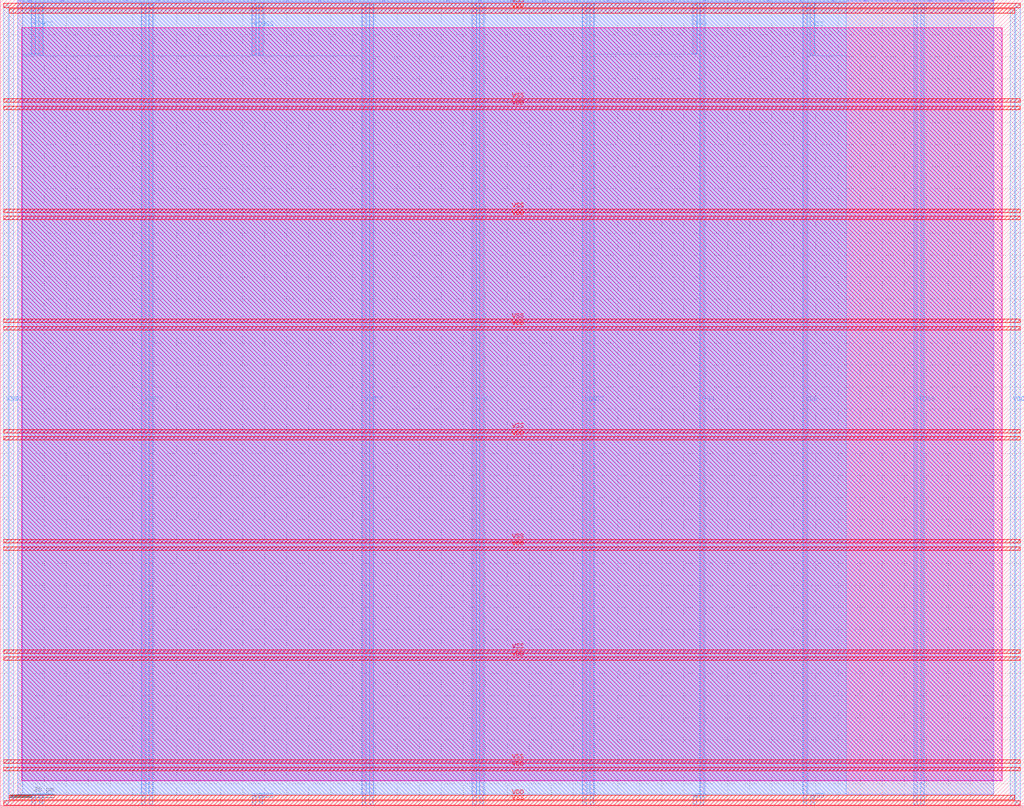
<source format=lef>
VERSION 5.7 ;
  NOWIREEXTENSIONATPIN ON ;
  DIVIDERCHAR "/" ;
  BUSBITCHARS "[]" ;
MACRO efuse_wb_mem_128x8
  CLASS BLOCK ;
  FOREIGN efuse_wb_mem_128x8 ;
  ORIGIN 0.000 0.000 ;
  SIZE 464.460 BY 365.825 ;
  PIN VDD
    DIRECTION INOUT ;
    USE POWER ;
    PORT
      LAYER Metal4 ;
        RECT 4.080 2.760 6.080 361.800 ;
    END
    PORT
      LAYER Metal5 ;
        RECT 4.080 2.760 460.160 4.760 ;
    END
    PORT
      LAYER Metal5 ;
        RECT 4.080 359.800 460.160 361.800 ;
    END
    PORT
      LAYER Metal4 ;
        RECT 458.160 2.760 460.160 361.800 ;
    END
    PORT
      LAYER Metal4 ;
        RECT 14.280 0.260 15.880 4.440 ;
    END
    PORT
      LAYER Metal4 ;
        RECT 14.280 341.385 15.880 364.300 ;
    END
    PORT
      LAYER Metal4 ;
        RECT 64.280 0.260 65.880 364.300 ;
    END
    PORT
      LAYER Metal4 ;
        RECT 114.280 0.260 115.880 4.440 ;
    END
    PORT
      LAYER Metal4 ;
        RECT 114.280 340.760 115.880 364.300 ;
    END
    PORT
      LAYER Metal4 ;
        RECT 164.280 0.260 165.880 364.300 ;
    END
    PORT
      LAYER Metal4 ;
        RECT 214.280 0.260 215.880 364.300 ;
    END
    PORT
      LAYER Metal4 ;
        RECT 264.280 0.260 265.880 364.300 ;
    END
    PORT
      LAYER Metal4 ;
        RECT 314.280 0.260 315.880 4.440 ;
    END
    PORT
      LAYER Metal4 ;
        RECT 314.280 341.385 315.880 364.300 ;
    END
    PORT
      LAYER Metal4 ;
        RECT 364.280 0.260 365.880 364.300 ;
    END
    PORT
      LAYER Metal4 ;
        RECT 414.280 0.260 415.880 364.300 ;
    END
    PORT
      LAYER Metal5 ;
        RECT 1.580 15.960 462.660 17.560 ;
    END
    PORT
      LAYER Metal5 ;
        RECT 1.580 65.960 462.660 67.560 ;
    END
    PORT
      LAYER Metal5 ;
        RECT 1.580 115.960 462.660 117.560 ;
    END
    PORT
      LAYER Metal5 ;
        RECT 1.580 165.960 462.660 167.560 ;
    END
    PORT
      LAYER Metal5 ;
        RECT 1.580 215.960 462.660 217.560 ;
    END
    PORT
      LAYER Metal5 ;
        RECT 1.580 265.960 462.660 267.560 ;
    END
    PORT
      LAYER Metal5 ;
        RECT 1.580 315.960 462.660 317.560 ;
    END
  END VDD
  PIN VSS
    DIRECTION INOUT ;
    USE GROUND ;
    PORT
      LAYER Metal4 ;
        RECT 1.580 0.260 3.580 364.300 ;
    END
    PORT
      LAYER Metal5 ;
        RECT 1.580 0.260 462.660 2.260 ;
    END
    PORT
      LAYER Metal5 ;
        RECT 1.580 362.300 462.660 364.300 ;
    END
    PORT
      LAYER Metal4 ;
        RECT 460.660 0.260 462.660 364.300 ;
    END
    PORT
      LAYER Metal4 ;
        RECT 17.580 0.260 19.180 4.440 ;
    END
    PORT
      LAYER Metal4 ;
        RECT 17.580 340.740 19.180 364.300 ;
    END
    PORT
      LAYER Metal4 ;
        RECT 67.580 0.260 69.180 364.300 ;
    END
    PORT
      LAYER Metal4 ;
        RECT 117.580 0.260 119.180 4.440 ;
    END
    PORT
      LAYER Metal4 ;
        RECT 117.580 340.740 119.180 364.300 ;
    END
    PORT
      LAYER Metal4 ;
        RECT 167.580 0.260 169.180 364.300 ;
    END
    PORT
      LAYER Metal4 ;
        RECT 217.580 0.260 219.180 364.300 ;
    END
    PORT
      LAYER Metal4 ;
        RECT 267.580 0.260 269.180 364.300 ;
    END
    PORT
      LAYER Metal4 ;
        RECT 317.580 0.260 319.180 364.300 ;
    END
    PORT
      LAYER Metal4 ;
        RECT 367.580 0.260 369.180 4.440 ;
    END
    PORT
      LAYER Metal4 ;
        RECT 367.580 340.740 369.180 364.300 ;
    END
    PORT
      LAYER Metal4 ;
        RECT 417.580 0.260 419.180 364.300 ;
    END
    PORT
      LAYER Metal5 ;
        RECT 1.580 19.260 462.660 20.860 ;
    END
    PORT
      LAYER Metal5 ;
        RECT 1.580 69.260 462.660 70.860 ;
    END
    PORT
      LAYER Metal5 ;
        RECT 1.580 119.260 462.660 120.860 ;
    END
    PORT
      LAYER Metal5 ;
        RECT 1.580 169.260 462.660 170.860 ;
    END
    PORT
      LAYER Metal5 ;
        RECT 1.580 219.260 462.660 220.860 ;
    END
    PORT
      LAYER Metal5 ;
        RECT 1.580 269.260 462.660 270.860 ;
    END
    PORT
      LAYER Metal5 ;
        RECT 1.580 319.260 462.660 320.860 ;
    END
  END VSS
  PIN wb_ack_o
    DIRECTION OUTPUT ;
    USE SIGNAL ;
    ANTENNADIFFAREA 0.897600 ;
    PORT
      LAYER Metal2 ;
        RECT 42.560 365.265 43.120 365.825 ;
    END
  END wb_ack_o
  PIN wb_adr_i[0]
    DIRECTION INPUT ;
    USE SIGNAL ;
    ANTENNAGATEAREA 0.396000 ;
    PORT
      LAYER Metal2 ;
        RECT 100.800 365.265 101.360 365.825 ;
    END
  END wb_adr_i[0]
  PIN wb_adr_i[1]
    DIRECTION INPUT ;
    USE SIGNAL ;
    ANTENNAGATEAREA 0.396000 ;
    PORT
      LAYER Metal2 ;
        RECT 115.360 365.265 115.920 365.825 ;
    END
  END wb_adr_i[1]
  PIN wb_adr_i[2]
    DIRECTION INPUT ;
    USE SIGNAL ;
    ANTENNAGATEAREA 0.396000 ;
    PORT
      LAYER Metal2 ;
        RECT 129.920 365.265 130.480 365.825 ;
    END
  END wb_adr_i[2]
  PIN wb_adr_i[3]
    DIRECTION INPUT ;
    USE SIGNAL ;
    ANTENNAGATEAREA 0.396000 ;
    PORT
      LAYER Metal2 ;
        RECT 144.480 365.265 145.040 365.825 ;
    END
  END wb_adr_i[3]
  PIN wb_adr_i[4]
    DIRECTION INPUT ;
    USE SIGNAL ;
    ANTENNAGATEAREA 0.396000 ;
    PORT
      LAYER Metal2 ;
        RECT 159.040 365.265 159.600 365.825 ;
    END
  END wb_adr_i[4]
  PIN wb_adr_i[5]
    DIRECTION INPUT ;
    USE SIGNAL ;
    ANTENNAGATEAREA 0.396000 ;
    PORT
      LAYER Metal2 ;
        RECT 173.600 365.265 174.160 365.825 ;
    END
  END wb_adr_i[5]
  PIN wb_adr_i[6]
    DIRECTION INPUT ;
    USE SIGNAL ;
    ANTENNAGATEAREA 0.396000 ;
    PORT
      LAYER Metal2 ;
        RECT 188.160 365.265 188.720 365.825 ;
    END
  END wb_adr_i[6]
  PIN wb_clk_i
    DIRECTION INPUT ;
    USE SIGNAL ;
    ANTENNAGATEAREA 4.738000 ;
    PORT
      LAYER Metal2 ;
        RECT 71.680 365.265 72.240 365.825 ;
    END
  END wb_clk_i
  PIN wb_cyc_i
    DIRECTION INPUT ;
    USE SIGNAL ;
    ANTENNAGATEAREA 0.396000 ;
    PORT
      LAYER Metal2 ;
        RECT 28.000 365.265 28.560 365.825 ;
    END
  END wb_cyc_i
  PIN wb_dat_i[0]
    DIRECTION INPUT ;
    USE SIGNAL ;
    ANTENNAGATEAREA 0.396000 ;
    PORT
      LAYER Metal2 ;
        RECT 202.720 365.265 203.280 365.825 ;
    END
  END wb_dat_i[0]
  PIN wb_dat_i[1]
    DIRECTION INPUT ;
    USE SIGNAL ;
    ANTENNAGATEAREA 0.396000 ;
    PORT
      LAYER Metal2 ;
        RECT 217.280 365.265 217.840 365.825 ;
    END
  END wb_dat_i[1]
  PIN wb_dat_i[2]
    DIRECTION INPUT ;
    USE SIGNAL ;
    ANTENNAGATEAREA 0.396000 ;
    PORT
      LAYER Metal2 ;
        RECT 231.840 365.265 232.400 365.825 ;
    END
  END wb_dat_i[2]
  PIN wb_dat_i[3]
    DIRECTION INPUT ;
    USE SIGNAL ;
    ANTENNAGATEAREA 0.396000 ;
    PORT
      LAYER Metal2 ;
        RECT 246.400 365.265 246.960 365.825 ;
    END
  END wb_dat_i[3]
  PIN wb_dat_i[4]
    DIRECTION INPUT ;
    USE SIGNAL ;
    ANTENNAGATEAREA 0.396000 ;
    PORT
      LAYER Metal2 ;
        RECT 260.960 365.265 261.520 365.825 ;
    END
  END wb_dat_i[4]
  PIN wb_dat_i[5]
    DIRECTION INPUT ;
    USE SIGNAL ;
    ANTENNAGATEAREA 0.396000 ;
    PORT
      LAYER Metal2 ;
        RECT 275.520 365.265 276.080 365.825 ;
    END
  END wb_dat_i[5]
  PIN wb_dat_i[6]
    DIRECTION INPUT ;
    USE SIGNAL ;
    ANTENNAGATEAREA 0.396000 ;
    PORT
      LAYER Metal2 ;
        RECT 290.080 365.265 290.640 365.825 ;
    END
  END wb_dat_i[6]
  PIN wb_dat_i[7]
    DIRECTION INPUT ;
    USE SIGNAL ;
    ANTENNAGATEAREA 0.396000 ;
    PORT
      LAYER Metal2 ;
        RECT 304.640 365.265 305.200 365.825 ;
    END
  END wb_dat_i[7]
  PIN wb_dat_o[0]
    DIRECTION OUTPUT ;
    USE SIGNAL ;
    ANTENNADIFFAREA 0.897600 ;
    PORT
      LAYER Metal2 ;
        RECT 333.760 365.265 334.320 365.825 ;
    END
  END wb_dat_o[0]
  PIN wb_dat_o[1]
    DIRECTION OUTPUT ;
    USE SIGNAL ;
    ANTENNADIFFAREA 0.897600 ;
    PORT
      LAYER Metal2 ;
        RECT 348.320 365.265 348.880 365.825 ;
    END
  END wb_dat_o[1]
  PIN wb_dat_o[2]
    DIRECTION OUTPUT ;
    USE SIGNAL ;
    ANTENNADIFFAREA 0.897600 ;
    PORT
      LAYER Metal2 ;
        RECT 362.880 365.265 363.440 365.825 ;
    END
  END wb_dat_o[2]
  PIN wb_dat_o[3]
    DIRECTION OUTPUT ;
    USE SIGNAL ;
    ANTENNADIFFAREA 0.897600 ;
    PORT
      LAYER Metal2 ;
        RECT 377.440 365.265 378.000 365.825 ;
    END
  END wb_dat_o[3]
  PIN wb_dat_o[4]
    DIRECTION OUTPUT ;
    USE SIGNAL ;
    ANTENNADIFFAREA 0.897600 ;
    PORT
      LAYER Metal2 ;
        RECT 392.000 365.265 392.560 365.825 ;
    END
  END wb_dat_o[4]
  PIN wb_dat_o[5]
    DIRECTION OUTPUT ;
    USE SIGNAL ;
    ANTENNADIFFAREA 0.897600 ;
    PORT
      LAYER Metal2 ;
        RECT 406.560 365.265 407.120 365.825 ;
    END
  END wb_dat_o[5]
  PIN wb_dat_o[6]
    DIRECTION OUTPUT ;
    USE SIGNAL ;
    ANTENNADIFFAREA 0.897600 ;
    PORT
      LAYER Metal2 ;
        RECT 421.120 365.265 421.680 365.825 ;
    END
  END wb_dat_o[6]
  PIN wb_dat_o[7]
    DIRECTION OUTPUT ;
    USE SIGNAL ;
    ANTENNADIFFAREA 0.897600 ;
    PORT
      LAYER Metal2 ;
        RECT 435.680 365.265 436.240 365.825 ;
    END
  END wb_dat_o[7]
  PIN wb_rst_i
    DIRECTION INPUT ;
    USE SIGNAL ;
    ANTENNAGATEAREA 1.102000 ;
    PORT
      LAYER Metal2 ;
        RECT 57.120 365.265 57.680 365.825 ;
    END
  END wb_rst_i
  PIN wb_sel_i
    DIRECTION INPUT ;
    USE SIGNAL ;
    ANTENNAGATEAREA 0.396000 ;
    PORT
      LAYER Metal2 ;
        RECT 319.200 365.265 319.760 365.825 ;
    END
  END wb_sel_i
  PIN wb_stb_i
    DIRECTION INPUT ;
    USE SIGNAL ;
    ANTENNAGATEAREA 0.396000 ;
    PORT
      LAYER Metal2 ;
        RECT 13.440 365.265 14.000 365.825 ;
    END
  END wb_stb_i
  PIN wb_we_i
    DIRECTION INPUT ;
    USE SIGNAL ;
    ANTENNAGATEAREA 0.396000 ;
    PORT
      LAYER Metal2 ;
        RECT 86.240 365.265 86.800 365.825 ;
    END
  END wb_we_i
  PIN write_enable_i
    DIRECTION INPUT ;
    USE SIGNAL ;
    ANTENNAGATEAREA 35.264000 ;
    PORT
      LAYER Metal2 ;
        RECT 450.240 365.265 450.800 365.825 ;
    END
  END write_enable_i
  OBS
      LAYER Nwell ;
        RECT 9.650 11.330 454.590 353.230 ;
      LAYER Metal1 ;
        RECT 10.080 11.460 454.160 353.100 ;
      LAYER Metal2 ;
        RECT 7.980 364.965 13.140 365.685 ;
        RECT 14.300 364.965 27.700 365.685 ;
        RECT 28.860 364.965 42.260 365.685 ;
        RECT 43.420 364.965 56.820 365.685 ;
        RECT 57.980 364.965 71.380 365.685 ;
        RECT 72.540 364.965 85.940 365.685 ;
        RECT 87.100 364.965 100.500 365.685 ;
        RECT 101.660 364.965 115.060 365.685 ;
        RECT 116.220 364.965 129.620 365.685 ;
        RECT 130.780 364.965 144.180 365.685 ;
        RECT 145.340 364.965 158.740 365.685 ;
        RECT 159.900 364.965 173.300 365.685 ;
        RECT 174.460 364.965 187.860 365.685 ;
        RECT 189.020 364.965 202.420 365.685 ;
        RECT 203.580 364.965 216.980 365.685 ;
        RECT 218.140 364.965 231.540 365.685 ;
        RECT 232.700 364.965 246.100 365.685 ;
        RECT 247.260 364.965 260.660 365.685 ;
        RECT 261.820 364.965 275.220 365.685 ;
        RECT 276.380 364.965 289.780 365.685 ;
        RECT 290.940 364.965 304.340 365.685 ;
        RECT 305.500 364.965 318.900 365.685 ;
        RECT 320.060 364.965 333.460 365.685 ;
        RECT 334.620 364.965 348.020 365.685 ;
        RECT 349.180 364.965 362.580 365.685 ;
        RECT 363.740 364.965 377.140 365.685 ;
        RECT 378.300 364.965 391.700 365.685 ;
        RECT 392.860 364.965 406.260 365.685 ;
        RECT 407.420 364.965 420.820 365.685 ;
        RECT 421.980 364.965 435.380 365.685 ;
        RECT 436.540 364.965 449.940 365.685 ;
        RECT 7.980 5.130 450.660 364.965 ;
      LAYER Metal3 ;
        RECT 7.930 5.180 450.710 365.540 ;
      LAYER Metal4 ;
        RECT 10.240 364.600 383.820 365.590 ;
        RECT 10.240 341.085 13.980 364.600 ;
        RECT 16.180 341.085 17.280 364.600 ;
        RECT 10.240 340.440 17.280 341.085 ;
        RECT 19.480 340.440 63.980 364.600 ;
        RECT 10.240 5.130 63.980 340.440 ;
        RECT 66.180 5.130 67.280 364.600 ;
        RECT 69.480 340.460 113.980 364.600 ;
        RECT 116.180 340.460 117.280 364.600 ;
        RECT 69.480 340.440 117.280 340.460 ;
        RECT 119.480 340.440 163.980 364.600 ;
        RECT 69.480 5.130 163.980 340.440 ;
        RECT 166.180 5.130 167.280 364.600 ;
        RECT 169.480 5.130 213.980 364.600 ;
        RECT 216.180 5.130 217.280 364.600 ;
        RECT 219.480 5.130 263.980 364.600 ;
        RECT 266.180 5.130 267.280 364.600 ;
        RECT 269.480 341.085 313.980 364.600 ;
        RECT 316.180 341.085 317.280 364.600 ;
        RECT 269.480 5.130 317.280 341.085 ;
        RECT 319.480 5.130 363.980 364.600 ;
        RECT 366.180 340.440 367.280 364.600 ;
        RECT 369.480 340.440 383.820 364.600 ;
        RECT 366.180 5.130 383.820 340.440 ;
  END
END efuse_wb_mem_128x8
END LIBRARY


</source>
